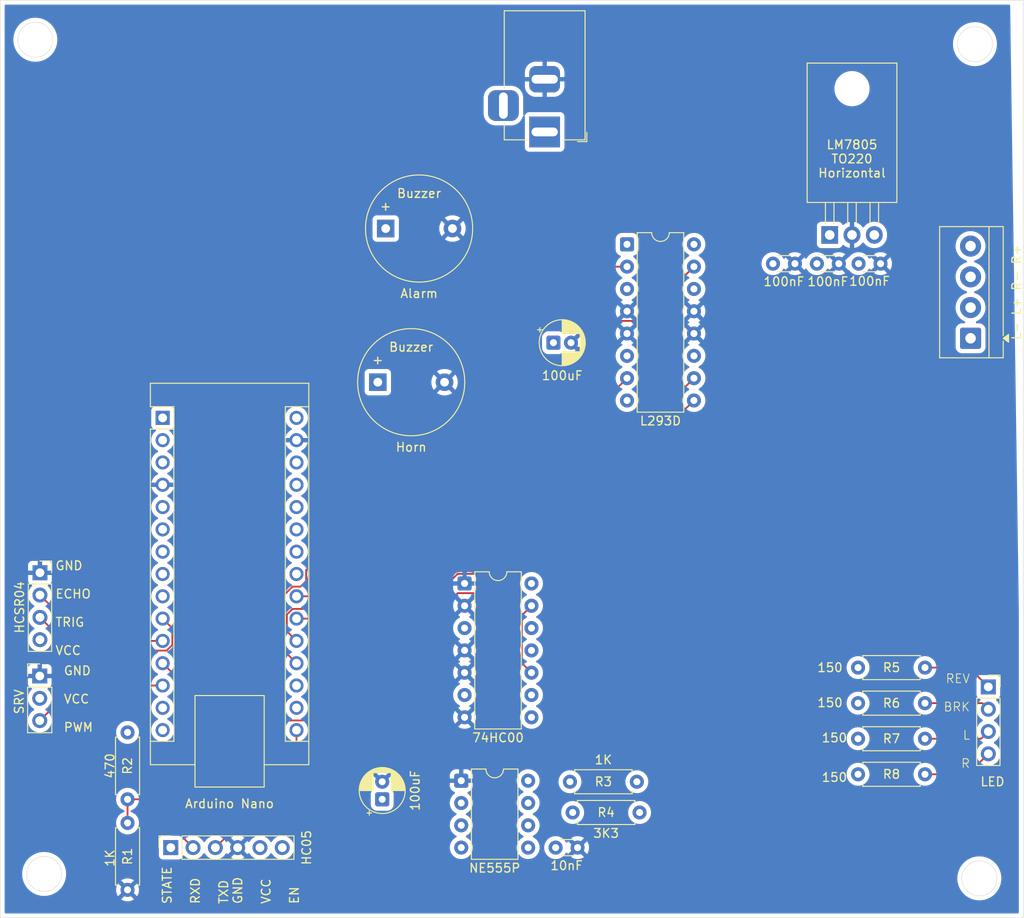
<source format=kicad_pcb>
(kicad_pcb (version 20241229) (generator "pcbnew") (generator_version "9.0")
  (layers (0 "F.Cu" signal) (4 "In1.Cu" power) (6 "In2.Cu" signal) (2 "B.Cu" power) (13 "F.Paste" user) (15 "B.Paste" user) (5 "F.SilkS" user "F.Silkscreen") (7 "B.SilkS" user "B.Silkscreen") (1 "F.Mask" user) (3 "B.Mask" user) (25 "Edge.Cuts" user))
  (net 0 "")
  (net 3 "Net-(A1-D10)")
  (net 4 "Net-(A1-D13)")
  (net 5 "Net-(A1-A0)")
  (net 6 "/REVERSE_GPIO")
  (net 9 "Net-(A1-D11)")
  (net 12 "Net-(A1-D9)")
  (net 13 "Net-(A1-D8)")
  (net 15 "Net-(A1-D12)")
  (net 16 "Net-(A1-A1)")
  (net 17 "+5V")
  (net 18 "Net-(A1-D7)")
  (net 19 "Net-(A1-A2)")
  (net 21 "Net-(A1-A3)")
  (net 25 "/TLEFT_GPIO")
  (net 26 "/TRIGHT_GPIO")
  (net 27 "/BRAKE_GPIO")
  (net 28 "Net-(U3-CV)")
  (net 29 "Net-(U3-THR)")
  (net 30 "Net-(U1-VI)")
  (net 31 "Net-(J2-Pin_1)")
  (net 32 "Net-(J2-Pin_2)")
  (net 33 "Net-(J2-Pin_3)")
  (net 34 "Net-(J2-Pin_4)")
  (net 35 "Net-(J4-Pin_2)")
  (net 38 "Net-(LED1-Pin_3)")
  (net 39 "Net-(LED1-Pin_4)")
  (net 40 "Net-(LED1-Pin_2)")
  (net 41 "Net-(LED1-Pin_1)")
  (net 42 "Net-(U3-DIS)")
  (net 43 "Net-(R7-Pad1)")
  (net 44 "Net-(R8-Pad1)")
  (net 45 "Net-(U3-Q)")
  (net 48 "/ALARM")
  (net 49 "GND")
  (footprint "Capacitor_THT:C_Disc_D3.0mm_W1.6mm_P2.50mm" (layer "F.Cu") (at 229.5 45.5)
    (property "Reference" "C5" (hide yes))
    (property "Value" "100nF" (at 1.25 2.05 0) (layer "F.SilkS"))
    (pad "1" thru_hole circle (at 0 0) (size 1.6 1.6) (drill 0.8) (layers "*.Cu" "*.Mask") (net 17 "+5V"))
    (pad "2" thru_hole circle (at 2.5 0) (size 1.6 1.6) (drill 0.8) (layers "*.Cu" "*.Mask") (net 49 "GND"))
  )
  (footprint "Capacitor_THT:C_Disc_D3.0mm_W1.6mm_P2.50mm" (layer "F.Cu") (at 234.25 45.5)
    (property "Reference" "C6" (hide yes))
    (property "Value" "100nF" (at 1.25 2 0) (layer "F.SilkS"))
    (pad "1" thru_hole circle (at 0 0) (size 1.6 1.6) (drill 0.8) (layers "*.Cu" "*.Mask") (net 17 "+5V"))
    (pad "2" thru_hole circle (at 2.5 0) (size 1.6 1.6) (drill 0.8) (layers "*.Cu" "*.Mask") (net 49 "GND"))
  )
  (footprint "Resistor_THT:R_Axial_DIN0207_L6.3mm_D2.5mm_P7.62mm_Horizontal" (layer "F.Cu") (at 234.19 99.6)
    (property "Reference" "R7" (hide yes))
    (property "Value" "150" (at -2.69 -0.1 0) (layer "F.SilkS"))
    (fp_text user "${REFERENCE}" (at 3.81 0 0) (layer "F.SilkS"))
    (pad "1" thru_hole circle (at 0 0) (size 1.6 1.6) (drill 0.8) (layers "*.Cu" "*.Mask") (net 43 "Net-(R7-Pad1)"))
    (pad "2" thru_hole circle (at 7.62 0) (size 1.6 1.6) (drill 0.8) (layers "*.Cu" "*.Mask") (net 38 "Net-(LED1-Pin_3)"))
  )
  (footprint "Connector_PinSocket_2.54mm:PinSocket_1x06_P2.54mm_Vertical" (layer "F.Cu") (at 155.92 112 90)
    (property "Reference" "J4" (hide yes))
    (property "Value" "HC05" (at 0 15.47 90) (layer "F.SilkS"))
    (pad "1" thru_hole rect (at 0 0 90) (size 1.7 1.7) (drill 1) (layers "*.Cu" "*.Mask"))
    (pad "2" thru_hole circle (at 0 2.54 90) (size 1.7 1.7) (drill 1) (layers "*.Cu" "*.Mask") (net 35 "Net-(J4-Pin_2)"))
    (pad "3" thru_hole circle (at 0 5.08 90) (size 1.7 1.7) (drill 1) (layers "*.Cu" "*.Mask") (net 4 "Net-(A1-D13)"))
    (pad "4" thru_hole circle (at 0 7.62 90) (size 1.7 1.7) (drill 1) (layers "*.Cu" "*.Mask") (net 49 "GND"))
    (pad "5" thru_hole circle (at 0 10.16 90) (size 1.7 1.7) (drill 1) (layers "*.Cu" "*.Mask") (net 17 "+5V"))
    (pad "6" thru_hole circle (at 0 12.7 90) (size 1.7 1.7) (drill 1) (layers "*.Cu" "*.Mask"))
  )
  (footprint "Capacitor_THT:CP_Radial_D5.0mm_P2.00mm" (layer "F.Cu") (at 199.5 54.5)
    (property "Reference" "C3" (hide yes))
    (property "Value" "100uF" (at 1 3.75 0) (layer "F.SilkS"))
    (pad "1" thru_hole roundrect (at 0 0) (size 1.6 1.6) (drill 0.8) (layers "*.Cu" "*.Mask") (roundrect_rratio 0.15625) (net 30 "Net-(U1-VI)"))
    (pad "2" thru_hole circle (at 2 0) (size 1.6 1.6) (drill 0.8) (layers "*.Cu" "*.Mask") (net 49 "GND"))
  )
  (footprint "Resistor_THT:R_Axial_DIN0207_L6.3mm_D2.5mm_P7.62mm_Horizontal" (layer "F.Cu") (at 234.19 103.65)
    (property "Reference" "R8" (hide yes))
    (property "Value" "150" (at -2.69 0.35 0) (layer "F.SilkS"))
    (fp_text user "${REFERENCE}" (at 3.81 0 0) (layer "F.SilkS"))
    (pad "1" thru_hole circle (at 0 0) (size 1.6 1.6) (drill 0.8) (layers "*.Cu" "*.Mask") (net 44 "Net-(R8-Pad1)"))
    (pad "2" thru_hole circle (at 7.62 0) (size 1.6 1.6) (drill 0.8) (layers "*.Cu" "*.Mask") (net 39 "Net-(LED1-Pin_4)"))
  )
  (footprint "Package_TO_SOT_THT:TO-220-3_Horizontal_TabDown" (layer "F.Cu") (at 230.96 42.23)
    (property "Reference" "U1" (hide yes))
    (property "Value" "LM7805\nTO220\nHorizontal" (at 2.54 -8.66 0) (layer "F.SilkS"))
    (pad "" np_thru_hole circle (at 2.54 -16.66) (size 3.5 3.5) (drill 3.5) (layers "*.Cu" "*.Mask"))
    (pad "1" thru_hole rect (at 0 0) (size 1.905 2) (drill 1.1) (layers "*.Cu" "*.Mask") (net 30 "Net-(U1-VI)"))
    (pad "2" thru_hole oval (at 2.54 0) (size 1.905 2) (drill 1.1) (layers "*.Cu" "*.Mask") (net 49 "GND"))
    (pad "3" thru_hole oval (at 5.08 0) (size 1.905 2) (drill 1.1) (layers "*.Cu" "*.Mask") (net 17 "+5V"))
  )
  (footprint "Resistor_THT:R_Axial_DIN0207_L6.3mm_D2.5mm_P7.62mm_Horizontal" (layer "F.Cu") (at 151 106.5 90)
    (property "Reference" "R2" (hide yes))
    (property "Value" "470" (at 3.81 -2 90) (layer "F.SilkS"))
    (fp_text user "${REFERENCE}" (at 3.81 0 90) (layer "F.SilkS"))
    (pad "1" thru_hole circle (at 0 0 90) (size 1.6 1.6) (drill 0.8) (layers "*.Cu" "*.Mask") (net 35 "Net-(J4-Pin_2)"))
    (pad "2" thru_hole circle (at 7.62 0 90) (size 1.6 1.6) (drill 0.8) (layers "*.Cu" "*.Mask") (net 15 "Net-(A1-D12)"))
  )
  (footprint "Capacitor_THT:C_Disc_D3.0mm_W1.6mm_P2.50mm" (layer "F.Cu") (at 199.75 112)
    (property "Reference" "C1" (hide yes))
    (property "Value" "10nF" (at 1.25 2.05 0) (layer "F.SilkS"))
    (pad "1" thru_hole circle (at 0 0) (size 1.6 1.6) (drill 0.8) (layers "*.Cu" "*.Mask") (net 28 "Net-(U3-CV)"))
    (pad "2" thru_hole circle (at 2.5 0) (size 1.6 1.6) (drill 0.8) (layers "*.Cu" "*.Mask") (net 49 "GND"))
  )
  (footprint "Package_DIP:DIP-16_W7.62mm" (layer "F.Cu") (at 207.88 43.3)
    (property "Reference" "U2" (hide yes))
    (property "Value" "L293D" (at 3.81 20.11 0) (layer "F.SilkS"))
    (pad "1" thru_hole roundrect (at 0 0) (size 1.6 1.6) (drill 0.8) (layers "*.Cu" "*.Mask") (roundrect_rratio 0.15625) (net 12 "Net-(A1-D9)"))
    (pad "2" thru_hole circle (at 0 2.54) (size 1.6 1.6) (drill 0.8) (layers "*.Cu" "*.Mask") (net 5 "Net-(A1-A0)"))
    (pad "3" thru_hole circle (at 0 5.08) (size 1.6 1.6) (drill 0.8) (layers "*.Cu" "*.Mask") (net 31 "Net-(J2-Pin_1)"))
    (pad "4" thru_hole circle (at 0 7.62) (size 1.6 1.6) (drill 0.8) (layers "*.Cu" "*.Mask") (net 49 "GND"))
    (pad "5" thru_hole circle (at 0 10.16) (size 1.6 1.6) (drill 0.8) (layers "*.Cu" "*.Mask") (net 49 "GND"))
    (pad "6" thru_hole circle (at 0 12.7) (size 1.6 1.6) (drill 0.8) (layers "*.Cu" "*.Mask") (net 32 "Net-(J2-Pin_2)"))
    (pad "7" thru_hole circle (at 0 15.24) (size 1.6 1.6) (drill 0.8) (layers "*.Cu" "*.Mask") (net 16 "Net-(A1-A1)"))
    (pad "8" thru_hole circle (at 0 17.78) (size 1.6 1.6) (drill 0.8) (layers "*.Cu" "*.Mask") (net 30 "Net-(U1-VI)"))
    (pad "9" thru_hole circle (at 7.62 17.78) (size 1.6 1.6) (drill 0.8) (layers "*.Cu" "*.Mask") (net 12 "Net-(A1-D9)"))
    (pad "10" thru_hole circle (at 7.62 15.24) (size 1.6 1.6) (drill 0.8) (layers "*.Cu" "*.Mask") (net 19 "Net-(A1-A2)"))
    (pad "11" thru_hole circle (at 7.62 12.7) (size 1.6 1.6) (drill 0.8) (layers "*.Cu" "*.Mask") (net 33 "Net-(J2-Pin_3)"))
    (pad "12" thru_hole circle (at 7.62 10.16) (size 1.6 1.6) (drill 0.8) (layers "*.Cu" "*.Mask") (net 49 "GND"))
    (pad "13" thru_hole circle (at 7.62 7.62) (size 1.6 1.6) (drill 0.8) (layers "*.Cu" "*.Mask") (net 49 "GND"))
    (pad "14" thru_hole circle (at 7.62 5.08) (size 1.6 1.6) (drill 0.8) (layers "*.Cu" "*.Mask") (net 34 "Net-(J2-Pin_4)"))
    (pad "15" thru_hole circle (at 7.62 2.54) (size 1.6 1.6) (drill 0.8) (layers "*.Cu" "*.Mask") (net 21 "Net-(A1-A3)"))
    (pad "16" thru_hole circle (at 7.62 0) (size 1.6 1.6) (drill 0.8) (layers "*.Cu" "*.Mask") (net 17 "+5V"))
  )
  (footprint "Resistor_THT:R_Axial_DIN0207_L6.3mm_D2.5mm_P7.62mm_Horizontal" (layer "F.Cu") (at 151 109.19 -90)
    (property "Reference" "R1" (hide yes))
    (property "Value" "1K" (at 4 2 90) (layer "F.SilkS"))
    (fp_text user "${REFERENCE}" (at 3.81 0 90) (layer "F.SilkS"))
    (pad "1" thru_hole circle (at 0 0 270) (size 1.6 1.6) (drill 0.8) (layers "*.Cu" "*.Mask") (net 35 "Net-(J4-Pin_2)"))
    (pad "2" thru_hole circle (at 7.62 0 270) (size 1.6 1.6) (drill 0.8) (layers "*.Cu" "*.Mask") (net 49 "GND"))
  )
  (footprint "Resistor_THT:R_Axial_DIN0207_L6.3mm_D2.5mm_P7.62mm_Horizontal" (layer "F.Cu") (at 201.38 104.5)
    (property "Reference" "R3" (hide yes))
    (property "Value" "1K" (at 3.81 -2.5 0) (layer "F.SilkS"))
    (fp_text user "${REFERENCE}" (at 3.81 0 0) (layer "F.SilkS"))
    (pad "1" thru_hole circle (at 0 0) (size 1.6 1.6) (drill 0.8) (layers "*.Cu" "*.Mask") (net 42 "Net-(U3-DIS)"))
    (pad "2" thru_hole circle (at 7.62 0) (size 1.6 1.6) (drill 0.8) (layers "*.Cu" "*.Mask") (net 17 "+5V"))
  )
  (footprint "Connector_PinSocket_2.54mm:PinSocket_1x04_P2.54mm_Vertical" (layer "F.Cu") (at 141.025 80.7)
    (property "Reference" "J3" (hide yes))
    (property "Value" "HCSR04" (at -2.31388 3.939 90) (layer "F.SilkS"))
    (pad "1" thru_hole rect (at 0 0) (size 1.7 1.7) (drill 1) (layers "*.Cu" "*.Mask") (net 49 "GND"))
    (pad "2" thru_hole circle (at 0 2.54) (size 1.7 1.7) (drill 1) (layers "*.Cu" "*.Mask") (net 13 "Net-(A1-D8)"))
    (pad "3" thru_hole circle (at 0 5.08) (size 1.7 1.7) (drill 1) (layers "*.Cu" "*.Mask") (net 18 "Net-(A1-D7)"))
    (pad "4" thru_hole circle (at 0 7.62) (size 1.7 1.7) (drill 1) (layers "*.Cu" "*.Mask") (net 17 "+5V"))
  )
  (footprint "Module:Arduino_Nano" (layer "F.Cu") (at 155 63.06)
    (property "Reference" "A1" (hide yes))
    (property "Value" "Arduino Nano" (at 7.61 43.94 0) (layer "F.SilkS"))
    (pad "1" thru_hole rect (at 0 0) (size 1.6 1.6) (drill 1) (layers "*.Cu" "*.Mask"))
    (pad "2" thru_hole oval (at 0 2.54) (size 1.6 1.6) (drill 1) (layers "*.Cu" "*.Mask"))
    (pad "3" thru_hole oval (at 0 5.08) (size 1.6 1.6) (drill 1) (layers "*.Cu" "*.Mask"))
    (pad "4" thru_hole oval (at 0 7.62) (size 1.6 1.6) (drill 1) (layers "*.Cu" "*.Mask") (net 49 "GND"))
    (pad "5" thru_hole oval (at 0 10.16) (size 1.6 1.6) (drill 1) (layers "*.Cu" "*.Mask") (net 6 "/REVERSE_GPIO"))
    (pad "6" thru_hole oval (at 0 12.7) (size 1.6 1.6) (drill 1) (layers "*.Cu" "*.Mask") (net 48 "/ALARM"))
    (pad "7" thru_hole oval (at 0 15.24) (size 1.6 1.6) (drill 1) (layers "*.Cu" "*.Mask") (net 27 "/BRAKE_GPIO"))
    (pad "8" thru_hole oval (at 0 17.78) (size 1.6 1.6) (drill 1) (layers "*.Cu" "*.Mask") (net 25 "/TLEFT_GPIO"))
    (pad "9" thru_hole oval (at 0 20.32) (size 1.6 1.6) (drill 1) (layers "*.Cu" "*.Mask") (net 26 "/TRIGHT_GPIO"))
    (pad "10" thru_hole oval (at 0 22.86) (size 1.6 1.6) (drill 1) (layers "*.Cu" "*.Mask") (net 18 "Net-(A1-D7)"))
    (pad "11" thru_hole oval (at 0 25.4) (size 1.6 1.6) (drill 1) (layers "*.Cu" "*.Mask") (net 13 "Net-(A1-D8)"))
    (pad "12" thru_hole oval (at 0 27.94) (size 1.6 1.6) (drill 1) (layers "*.Cu" "*.Mask") (net 12 "Net-(A1-D9)"))
    (pad "13" thru_hole oval (at 0 30.48) (size 1.6 1.6) (drill 1) (layers "*.Cu" "*.Mask") (net 3 "Net-(A1-D10)"))
    (pad "14" thru_hole oval (at 0 33.02) (size 1.6 1.6) (drill 1) (layers "*.Cu" "*.Mask") (net 9 "Net-(A1-D11)"))
    (pad "15" thru_hole oval (at 0 35.56) (size 1.6 1.6) (drill 1) (layers "*.Cu" "*.Mask") (net 15 "Net-(A1-D12)"))
    (pad "16" thru_hole oval (at 15.24 35.56) (size 1.6 1.6) (drill 1) (layers "*.Cu" "*.Mask") (net 4 "Net-(A1-D13)"))
    (pad "17" thru_hole oval (at 15.24 33.02) (size 1.6 1.6) (drill 1) (layers "*.Cu" "*.Mask"))
    (pad "18" thru_hole oval (at 15.24 30.48) (size 1.6 1.6) (drill 1) (layers "*.Cu" "*.Mask"))
    (pad "19" thru_hole oval (at 15.24 27.94) (size 1.6 1.6) (drill 1) (layers "*.Cu" "*.Mask") (net 5 "Net-(A1-A0)"))
    (pad "20" thru_hole oval (at 15.24 25.4) (size 1.6 1.6) (drill 1) (layers "*.Cu" "*.Mask") (net 16 "Net-(A1-A1)"))
    (pad "21" thru_hole oval (at 15.24 22.86) (size 1.6 1.6) (drill 1) (layers "*.Cu" "*.Mask") (net 19 "Net-(A1-A2)"))
    (pad "22" thru_hole oval (at 15.24 20.32) (size 1.6 1.6) (drill 1) (layers "*.Cu" "*.Mask") (net 21 "Net-(A1-A3)"))
    (pad "23" thru_hole oval (at 15.24 17.78) (size 1.6 1.6) (drill 1) (layers "*.Cu" "*.Mask"))
    (pad "24" thru_hole oval (at 15.24 15.24) (size 1.6 1.6) (drill 1) (layers "*.Cu" "*.Mask"))
    (pad "25" thru_hole oval (at 15.24 12.7) (size 1.6 1.6) (drill 1) (layers "*.Cu" "*.Mask"))
    (pad "26" thru_hole oval (at 15.24 10.16) (size 1.6 1.6) (drill 1) (layers "*.Cu" "*.Mask"))
    (pad "27" thru_hole oval (at 15.24 7.62) (size 1.6 1.6) (drill 1) (layers "*.Cu" "*.Mask") (net 17 "+5V"))
    (pad "28" thru_hole oval (at 15.24 5.08) (size 1.6 1.6) (drill 1) (layers "*.Cu" "*.Mask"))
    (pad "29" thru_hole oval (at 15.24 2.54) (size 1.6 1.6) (drill 1) (layers "*.Cu" "*.Mask") (net 49 "GND"))
    (pad "30" thru_hole oval (at 15.24 0) (size 1.6 1.6) (drill 1) (layers "*.Cu" "*.Mask"))
  )
  (footprint "Package_DIP:DIP-8_W7.62mm" (layer "F.Cu") (at 189 104.38)
    (property "Reference" "U3" (hide yes))
    (property "Value" "NE555P" (at 3.81 9.95 0) (layer "F.SilkS"))
    (pad "1" thru_hole roundrect (at 0 0) (size 1.6 1.6) (drill 0.8) (layers "*.Cu" "*.Mask") (roundrect_rratio 0.15625) (net 49 "GND"))
    (pad "2" thru_hole circle (at 0 2.54) (size 1.6 1.6) (drill 0.8) (layers "*.Cu" "*.Mask") (net 29 "Net-(U3-THR)"))
    (pad "3" thru_hole circle (at 0 5.08) (size 1.6 1.6) (drill 0.8) (layers "*.Cu" "*.Mask") (net 45 "Net-(U3-Q)"))
    (pad "4" thru_hole circle (at 0 7.62) (size 1.6 1.6) (drill 0.8) (layers "*.Cu" "*.Mask") (net 17 "+5V"))
    (pad "5" thru_hole circle (at 7.62 7.62) (size 1.6 1.6) (drill 0.8) (layers "*.Cu" "*.Mask") (net 28 "Net-(U3-CV)"))
    (pad "6" thru_hole circle (at 7.62 5.08) (size 1.6 1.6) (drill 0.8) (layers "*.Cu" "*.Mask") (net 29 "Net-(U3-THR)"))
    (pad "7" thru_hole circle (at 7.62 2.54) (size 1.6 1.6) (drill 0.8) (layers "*.Cu" "*.Mask") (net 42 "Net-(U3-DIS)"))
    (pad "8" thru_hole circle (at 7.62 0) (size 1.6 1.6) (drill 0.8) (layers "*.Cu" "*.Mask") (net 17 "+5V"))
  )
  (footprint "Buzzer_Beeper:Buzzer_12x9.5RM7.6" (layer "F.Cu") (at 180.4 41.5)
    (property "Reference" "BZ2" (hide yes))
    (property "Value" "Alarm" (at 3.8 7.4 0) (layer "F.SilkS"))
    (fp_text user "Buzzer" (at 3.8 -4 0) (layer "F.SilkS"))
    (fp_text user "+" (at -0.01 -2.54 0) (layer "F.SilkS"))
    (pad "1" thru_hole rect (at 0 0) (size 2 2) (drill 1) (layers "*.Cu" "*.Mask") (net 48 "/ALARM"))
    (pad "2" thru_hole circle (at 7.6 0) (size 2 2) (drill 1) (layers "*.Cu" "*.Mask") (net 49 "GND"))
  )
  (footprint "Resistor_THT:R_Axial_DIN0207_L6.3mm_D2.5mm_P7.62mm_Horizontal" (layer "F.Cu") (at 234.19 91.5)
    (property "Reference" "R5" (hide yes))
    (property "Value" "150" (at -3.19 0 0) (layer "F.SilkS"))
    (fp_text user "${REFERENCE}" (at 3.81 0 0) (layer "F.SilkS"))
    (pad "1" thru_hole circle (at 0 0) (size 1.6 1.6) (drill 0.8) (layers "*.Cu" "*.Mask") (net 6 "/REVERSE_GPIO"))
    (pad "2" thru_hole circle (at 7.62 0) (size 1.6 1.6) (drill 0.8) (layers "*.Cu" "*.Mask") (net 41 "Net-(LED1-Pin_1)"))
  )
  (footprint "Buzzer_Beeper:Buzzer_12x9.5RM7.6" (layer "F.Cu") (at 179.5 59)
    (property "Reference" "BZ1" (hide yes))
    (property "Value" "Horn" (at 3.8 7.4 0) (layer "F.SilkS"))
    (fp_text user "+" (at -0.01 -2.54 0) (layer "F.SilkS"))
    (fp_text user "Buzzer" (at 3.8 -4 0) (layer "F.SilkS"))
    (pad "1" thru_hole rect (at 0 0) (size 2 2) (drill 1) (layers "*.Cu" "*.Mask") (net 9 "Net-(A1-D11)"))
    (pad "2" thru_hole circle (at 7.6 0) (size 2 2) (drill 1) (layers "*.Cu" "*.Mask") (net 49 "GND"))
  )
  (footprint "Connector_BarrelJack:BarrelJack_Horizontal" (layer "F.Cu") (at 198.5 30.5 -90)
    (property "Reference" "J1" (hide yes))
    (property "Value" "Barrel_Jack_MountingPin" (hide yes))
    (pad "1" thru_hole rect (at 0 0 270) (size 3.5 3.5) (drill oval 1 3) (layers "*.Cu" "*.Mask") (net 30 "Net-(U1-VI)"))
    (pad "2" thru_hole roundrect (at -6 0 270) (size 3 3.5) (drill oval 1 3) (layers "*.Cu" "*.Mask") (net 49 "GND"))
    (pad "3" thru_hole roundrect (at -3 4.7 270) (size 3.5 3.5) (drill oval 3 1) (layers "*.Cu" "*.Mask"))
  )
  (footprint "Resistor_THT:R_Axial_DIN0207_L6.3mm_D2.5mm_P7.62mm_Horizontal" (layer "F.Cu") (at 201.69 108)
    (property "Reference" "R4" (hide yes))
    (property "Value" "3K3" (at 3.81 2.37 0) (layer "F.SilkS"))
    (fp_text user "${REFERENCE}" (at 3.81 0 0) (layer "F.SilkS"))
    (pad "1" thru_hole circle (at 0 0) (size 1.6 1.6) (drill 0.8) (layers "*.Cu" "*.Mask") (net 29 "Net-(U3-THR)"))
    (pad "2" thru_hole circle (at 7.62 0) (size 1.6 1.6) (drill 0.8) (layers "*.Cu" "*.Mask") (net 42 "Net-(U3-DIS)"))
  )
  (footprint "Connector_PinHeader_2.54mm:PinHeader_1x03_P2.54mm_Vertical" (layer "F.Cu") (at 141 92.46)
    (property "Reference" "SRV" (at -2.33888 2.924 90) (layer "F.SilkS"))
    (property "Value" "Servo")
    (pad "1" thru_hole rect (at 0 0) (size 1.7 1.7) (drill 1) (layers "*.Cu" "*.Mask") (net 49 "GND"))
    (pad "2" thru_hole circle (at 0 2.54) (size 1.7 1.7) (drill 1) (layers "*.Cu" "*.Mask") (net 17 "+5V"))
    (pad "3" thru_hole circle (at 0 5.08) (size 1.7 1.7) (drill 1) (layers "*.Cu" "*.Mask") (net 3 "Net-(A1-D10)"))
  )
  (footprint "Package_DIP:DIP-14_W7.62mm" (layer "F.Cu") (at 189.38 81.92)
    (property "Reference" "U4" (hide yes))
    (property "Value" "74HC00" (at 3.81 17.57 0) (layer "F.SilkS"))
    (pad "1" thru_hole roundrect (at 0 0) (size 1.6 1.6) (drill 0.8) (layers "*.Cu" "*.Mask") (roundrect_rratio 0.15625) (net 49 "GND"))
    (pad "2" thru_hole circle (at 0 2.54) (size 1.6 1.6) (drill 0.8) (layers "*.Cu" "*.Mask") (net 49 "GND"))
    (pad "3" thru_hole circle (at 0 5.08) (size 1.6 1.6) (drill 0.8) (layers "*.Cu" "*.Mask"))
    (pad "4" thru_hole circle (at 0 7.62) (size 1.6 1.6) (drill 0.8) (layers "*.Cu" "*.Mask") (net 49 "GND"))
    (pad "5" thru_hole circle (at 0 10.16) (size 1.6 1.6) (drill 0.8) (layers "*.Cu" "*.Mask") (net 49 "GND"))
    (pad "6" thru_hole circle (at 0 12.7) (size 1.6 1.6) (drill 0.8) (layers "*.Cu" "*.Mask"))
    (pad "7" thru_hole circle (at 0 15.24) (size 1.6 1.6) (drill 0.8) (layers "*.Cu" "*.Mask") (net 49 "GND"))
    (pad "8" thru_hole circle (at 7.62 15.24) (size 1.6 1.6) (drill 0.8) (layers "*.Cu" "*.Mask") (net 43 "Net-(R7-Pad1)"))
    (pad "9" thru_hole circle (at 7.62 12.7) (size 1.6 1.6) (drill 0.8) (layers "*.Cu" "*.Mask") (net 25 "/TLEFT_GPIO"))
    (pad "10" thru_hole circle (at 7.62 10.16) (size 1.6 1.6) (drill 0.8) (layers "*.Cu" "*.Mask") (net 45 "Net-(U3-Q)"))
    (pad "11" thru_hole circle (at 7.62 7.62) (size 1.6 1.6) (drill 0.8) (layers "*.Cu" "*.Mask") (net 44 "Net-(R8-Pad1)"))
    (pad "12" thru_hole circle (at 7.62 5.08) (size 1.6 1.6) (drill 0.8) (layers "*.Cu" "*.Mask") (net 26 "/TRIGHT_GPIO"))
    (pad "13" thru_hole circle (at 7.62 2.54) (size 1.6 1.6) (drill 0.8) (layers "*.Cu" "*.Mask") (net 45 "Net-(U3-Q)"))
    (pad "14" thru_hole circle (at 7.62 0) (size 1.6 1.6) (drill 0.8) (layers "*.Cu" "*.Mask") (net 17 "+5V"))
  )
  (footprint "Capacitor_THT:CP_Radial_D5.0mm_P2.00mm" (layer "F.Cu") (at 180 106.5 90)
    (property "Reference" "C2" (hide yes))
    (property "Value" "100uF" (at 1 3.75 90) (layer "F.SilkS"))
    (pad "1" thru_hole roundrect (at 0 0 90) (size 1.6 1.6) (drill 0.8) (layers "*.Cu" "*.Mask") (roundrect_rratio 0.15625) (net 29 "Net-(U3-THR)"))
    (pad "2" thru_hole circle (at 2 0 90) (size 1.6 1.6) (drill 0.8) (layers "*.Cu" "*.Mask") (net 49 "GND"))
  )
  (footprint "Capacitor_THT:C_Disc_D3.0mm_W1.6mm_P2.50mm" (layer "F.Cu") (at 224.5 45.5)
    (property "Reference" "C4" (hide yes))
    (property "Value" "100nF" (at 1.25 2.05 0) (layer "F.SilkS"))
    (pad "1" thru_hole circle (at 0 0) (size 1.6 1.6) (drill 0.8) (layers "*.Cu" "*.Mask") (net 17 "+5V"))
    (pad "2" thru_hole circle (at 2.5 0) (size 1.6 1.6) (drill 0.8) (layers "*.Cu" "*.Mask") (net 49 "GND"))
  )
  (footprint "Resistor_THT:R_Axial_DIN0207_L6.3mm_D2.5mm_P7.62mm_Horizontal" (layer "F.Cu") (at 234.19 95.55)
    (property "Reference" "R6" (hide yes))
    (property "Value" "150" (at -3.19 -0.05 0) (layer "F.SilkS"))
    (fp_text user "${REFERENCE}" (at 3.81 0 0) (layer "F.SilkS"))
    (pad "1" thru_hole circle (at 0 0) (size 1.6 1.6) (drill 0.8) (layers "*.Cu" "*.Mask") (net 27 "/BRAKE_GPIO"))
    (pad "2" thru_hole circle (at 7.62 0) (size 1.6 1.6) (drill 0.8) (layers "*.Cu" "*.Mask") (net 40 "Net-(LED1-Pin_2)"))
  )
  (footprint "TerminalBlock_4Ucon:TerminalBlock_4Ucon_1x04_P3.50mm_Horizontal" (layer "F.Cu") (at 247 54 90)
    (property "Reference" "J2" (hide yes))
    (property "Value" "L- L+ R- R+" (at 5.25 5.25 90) (layer "F.SilkS"))
    (pad "1" thru_hole roundrect (at 0 0 90) (size 2.4 2.4) (drill 1.2) (layers "*.Cu" "*.Mask") (roundrect_rratio 0.104167) (net 31 "Net-(J2-Pin_1)"))
    (pad "2" thru_hole circle (at 3.5 0 90) (size 2.4 2.4) (drill 1.2) (layers "*.Cu" "*.Mask") (net 32 "Net-(J2-Pin_2)"))
    (pad "3" thru_hole circle (at 7 0 90) (size 2.4 2.4) (drill 1.2) (layers "*.Cu" "*.Mask") (net 33 "Net-(J2-Pin_3)"))
    (pad "4" thru_hole circle (at 10.5 0 90) (size 2.4 2.4) (drill 1.2) (layers "*.Cu" "*.Mask") (net 34 "Net-(J2-Pin_4)"))
  )
  (footprint "Connector_PinSocket_2.54mm:PinSocket_1x04_P2.54mm_Vertical" (layer "F.Cu") (at 249.025 93.7)
    (property "Reference" "LED" (at 0.475 10.8 0) (layer "F.SilkS"))
    (property "Value" "Conn_01x04_Socket" (hide yes))
    (pad "1" thru_hole rect (at 0 0) (size 1.7 1.7) (drill 1) (layers "*.Cu" "*.Mask") (net 41 "Net-(LED1-Pin_1)"))
    (pad "2" thru_hole circle (at 0 2.54) (size 1.7 1.7) (drill 1) (layers "*.Cu" "*.Mask") (net 40 "Net-(LED1-Pin_2)"))
    (pad "3" thru_hole circle (at 0 5.08) (size 1.7 1.7) (drill 1) (layers "*.Cu" "*.Mask") (net 38 "Net-(LED1-Pin_3)"))
    (pad "4" thru_hole circle (at 0 7.62) (size 1.7 1.7) (drill 1) (layers "*.Cu" "*.Mask") (net 39 "Net-(LED1-Pin_4)"))
  )
  (gr_circle (center 247.5 20.5) (end 249.5 20.5) (stroke (width 0.05)) (fill no) (layer "Edge.Cuts"))
  (gr_rect (start 136.5 15.5) (end 253 120) (stroke (width 0.05)) (fill no) (layer "Edge.Cuts"))
  (gr_circle (center 140.5 20) (end 142.5 20) (stroke (width 0.05)) (fill no) (layer "Edge.Cuts"))
  (gr_circle (center 248 115.5) (end 248 113.5) (stroke (width 0.05)) (fill no) (layer "Edge.Cuts"))
  (gr_circle (center 141.5 115) (end 141.5 113) (stroke (width 0.05)) (fill no) (layer "Edge.Cuts"))
  (gr_text "REV\n\nBRK\n\nL\n\nR" (at 247 103 0) (layer "F.SilkS") (effects (font (size 1 1) (thickness 0.1)) (justify right bottom)))
  (gr_text "GND\n\nVCC\n\nPWM" (at 143.66112 98.884 0) (layer "F.SilkS") (effects (font (size 1 1)) (justify left bottom)))
  (gr_text "GND\n\nECHO\n\nTRIG\n\nVCC" (at 142.71112 90.139 0) (layer "F.SilkS") (effects (font (size 1 1)) (justify left bottom)))
  (gr_text "STATE\n\nRXD\n\nTXD\nGND\n\nVCC\n\nEN" (at 170.58 118.5 90) (layer "F.SilkS") (effects (font (size 1 1)) (justify left bottom)))
  (segment (start 145 93.54) (end 155 93.54) (width 0.2) (layer "F.Cu") (net 3))
  (segment (start 141 97.54) (end 145 93.54) (width 0.2) (layer "F.Cu") (net 3))
  (segment (start 170.24 102.76) (end 170.24 98.62) (width 0.2) (layer "F.Cu") (net 4))
  (segment (start 161 112) (end 170.24 102.76) (width 0.2) (layer "F.Cu") (net 4))
  (segment (start 168.738 83.32495) (end 168.738 89.498) (width 0.2) (layer "F.Cu") (net 5))
  (segment (start 171.341 80.38395) (end 171.341 81.63405) (width 0.2) (layer "F.Cu") (net 5))
  (segment (start 170.69605 82.279) (end 169.78395 82.279) (width 0.2) (layer "F.Cu") (net 5))
  (segment (start 207.88 45.84) (end 205.88495 45.84) (width 0.2) (layer "F.Cu") (net 5))
  (segment (start 169.78395 82.279) (end 168.738 83.32495) (width 0.2) (layer "F.Cu") (net 5))
  (segment (start 168.738 89.498) (end 170.24 91) (width 0.2) (layer "F.Cu") (net 5))
  (segment (start 171.341 81.63405) (end 170.69605 82.279) (width 0.2) (layer "F.Cu") (net 5))
  (segment (start 205.88495 45.84) (end 171.341 80.38395) (width 0.2) (layer "F.Cu") (net 5))
  (segment (start 193.559 83.021) (end 215.5 61.08) (width 0.2) (layer "F.Cu") (net 12))
  (segment (start 174.019 97.519) (end 174.05792 97.55792) (width 0.2) (layer "F.Cu") (net 12))
  (segment (start 155 91) (end 161.5 97.5) (width 0.2) (layer "F.Cu") (net 12))
  (segment (start 188.59484 83.021) (end 193.559 83.021) (width 0.2) (layer "F.Cu") (net 12))
  (segment (start 169.481 97.519) (end 169.5 97.519) (width 0.2) (layer "F.Cu") (net 12))
  (segment (start 161.5 97.5) (end 169.481 97.5) (width 0.2) (layer "F.Cu") (net 12))
  (segment (start 174.05792 97.55792) (end 188.59484 83.021) (width 0.2) (layer "F.Cu") (net 12))
  (segment (start 169.481 97.5) (end 169.5 97.519) (width 0.2) (layer "F.Cu") (net 12))
  (segment (start 169.5 97.519) (end 174.019 97.519) (width 0.2) (layer "F.Cu") (net 12))
  (segment (start 146.245 88.46) (end 155 88.46) (width 0.2) (layer "F.Cu") (net 13))
  (segment (start 141.025 83.24) (end 141.126 83.139) (width 0.2) (layer "F.Cu") (net 13))
  (segment (start 141.025 83.24) (end 146.245 88.46) (width 0.2) (layer "F.Cu") (net 13))
  (segment (start 169.78395 84.819) (end 169.139 85.46395) (width 0.2) (layer "F.Cu") (net 16))
  (segment (start 207.88 58.54) (end 181.601 84.819) (width 0.2) (layer "F.Cu") (net 16))
  (segment (start 169.139 87.359) (end 170.24 88.46) (width 0.2) (layer "F.Cu") (net 16))
  (segment (start 181.601 84.819) (end 169.78395 84.819) (width 0.2) (layer "F.Cu") (net 16))
  (segment (start 169.139 85.46395) (end 169.139 87.359) (width 0.2) (layer "F.Cu") (net 16))
  (segment (start 155.45605 89.561) (end 144.806 89.561) (width 0.2) (layer "F.Cu") (net 18))
  (segment (start 156.101 88.91605) (end 155.45605 89.561) (width 0.2) (layer "F.Cu") (net 18))
  (segment (start 155 85.92) (end 156.101 87.021) (width 0.2) (layer "F.Cu") (net 18))
  (segment (start 144.806 89.561) (end 141.025 85.78) (width 0.2) (layer "F.Cu") (net 18))
  (segment (start 156.101 87.021) (end 156.101 88.91605) (width 0.2) (layer "F.Cu") (net 18))
  (segment (start 193.221 80.819) (end 188.59484 80.819) (width 0.2) (layer "F.Cu") (net 19))
  (segment (start 188.59484 80.819) (end 183.5 85.91384) (width 0.2) (layer "F.Cu") (net 19))
  (segment (start 183.5 86) (end 183.42 85.92) (width 0.2) (layer "F.Cu") (net 19))
  (segment (start 215.5 58.54) (end 193.221 80.819) (width 0.2) (layer "F.Cu") (net 19))
  (segment (start 183.42 85.92) (end 170.24 85.92) (width 0.2) (layer "F.Cu") (net 19))
  (segment (start 183.5 85.91384) (end 183.5 86) (width 0.2) (layer "F.Cu") (net 19))
  (segment (start 215.5 45.84) (end 209.319 52.021) (width 0.2) (layer "F.Cu") (net 21))
  (segment (start 205.53605 52.021) (end 174.17705 83.38) (width 0.2) (layer "F.Cu") (net 21))
  (segment (start 209.319 52.021) (end 205.53605 52.021) (width 0.2) (layer "F.Cu") (net 21))
  (segment (start 174.17705 83.38) (end 170.24 83.38) (width 0.2) (layer "F.Cu") (net 21))
  (segment (start 151 106.5) (end 151 109.19) (width 0.2) (layer "F.Cu") (net 35))
  (segment (start 152.96 106.5) (end 158.46 112) (width 0.2) (layer "F.Cu") (net 35))
  (segment (start 151 106.5) (end 152.96 106.5) (width 0.2) (layer "F.Cu") (net 35))
  (segment (start 151 106.5) (end 150.5 106.5) (width 0.2) (layer "F.Cu") (net 35))
  (segment (start 248.205 99.6) (end 249.025 98.78) (width 0.2) (layer "F.Cu") (net 38))
  (segment (start 241.81 99.6) (end 248.205 99.6) (width 0.2) (layer "F.Cu") (net 38))
  (segment (start 246.695 103.65) (end 249.025 101.32) (width 0.2) (layer "F.Cu") (net 39))
  (segment (start 241.81 103.65) (end 246.695 103.65) (width 0.2) (layer "F.Cu") (net 39))
  (segment (start 248.335 95.55) (end 249.025 96.24) (width 0.2) (layer "F.Cu") (net 40))
  (segment (start 241.81 95.55) (end 248.335 95.55) (width 0.2) (layer "F.Cu") (net 40))
  (segment (start 246.825 91.5) (end 249.025 93.7) (width 0.2) (layer "F.Cu") (net 41))
  (segment (start 241.81 91.5) (end 246.825 91.5) (width 0.2) (layer "F.Cu") (net 41))
  (segment (start 195.899 85.561) (end 195.899 90.979) (width 0.2) (layer "F.Cu") (net 45))
  (segment (start 195.899 90.979) (end 197 92.08) (width 0.2) (layer "F.Cu") (net 45))
  (segment (start 197 84.46) (end 195.899 85.561) (width 0.2) (layer "F.Cu") (net 45))
  (zone (net 49) (net_name "GND") (layer "B.Cu") (connect_pads (clearance 0.5)) (min_thickness 0.25) (fill yes (thermal_gap 0.5) (thermal_bridge_width 0.5))
    (polygon (pts (xy 253 120) (xy 251.5 15.5) (xy 136.5 15.5) (xy 137 120) (xy 253 120)))
  )
)
</source>
